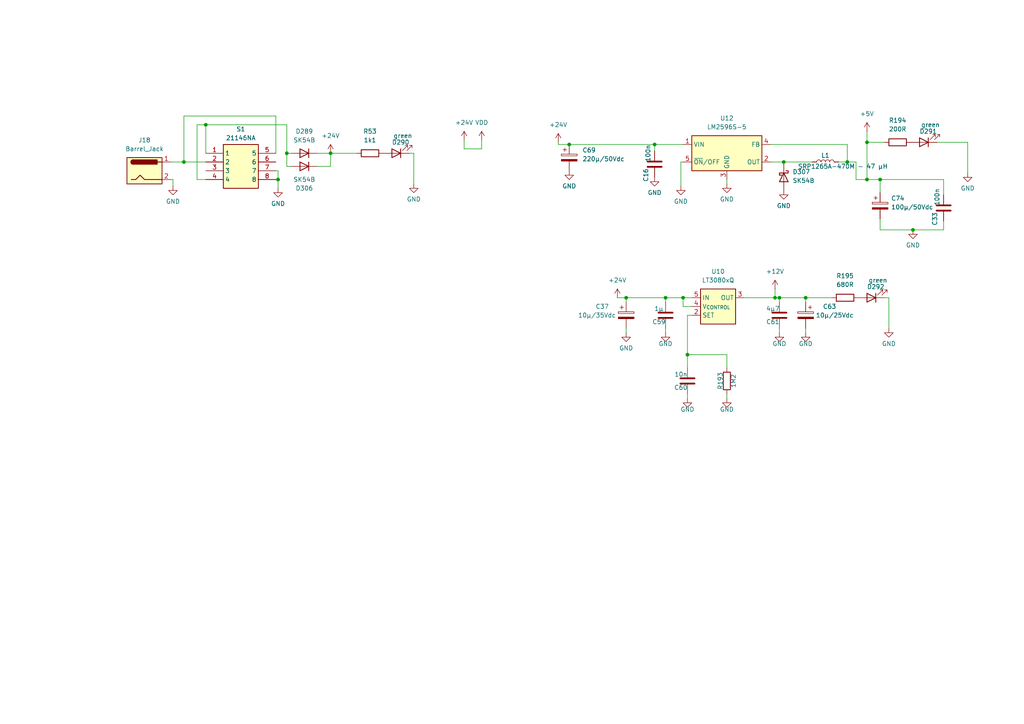
<source format=kicad_sch>
(kicad_sch (version 20250114) (generator "eeschema") (generator_version "9.0")
  (paper "A4")
  (title_block (title "608-Alfactory-Assay-Arena") (date "01.2024") (comment 1 "Optogen Arena RGB LED V1.0") (comment 2 "LED type: ASMG-PT00-00001") (comment 3 "R:625nm, G:525nm, B:460nm, IR:850nm"))
  (lib_symbols
    (symbol "Apem Kippschalter:21146NA"
      (property "Reference" "S" (at 16.51 7.62 0))
      (property "Value" "21146NA" (at 16.51 5.08 0))
      (symbol "21146NA_1_1"
        (rectangle (start 5.08 2.54) (end 15.24 -10.16) (stroke (width 0.254)) (fill (type background)))
        (pin passive line (at 0 0 0) (length 5.08) (name "1") (number "1"))
        (pin passive line (at 0 -2.54 0) (length 5.08) (name "2") (number "2"))
        (pin passive line (at 0 -5.08 0) (length 5.08) (name "3") (number "3"))
        (pin passive line (at 0 -7.62 0) (length 5.08) (name "4") (number "4"))
        (pin passive line (at 20.32 0 180) (length 5.08) (name "5") (number "5"))
        (pin passive line (at 20.32 -2.54 180) (length 5.08) (name "6") (number "6"))
        (pin passive line (at 20.32 -5.08 180) (length 5.08) (name "7") (number "7"))
        (pin passive line (at 20.32 -7.62 180) (length 5.08) (name "8") (number "8"))
      )
    )
    (symbol "Connector:Barrel_Jack" (pin_names (offset 1.016))
      (property "Reference" "J" (at 0 5.334 0))
      (property "Value" "Barrel_Jack" (at 0 -5.08 0))
      (symbol "Barrel_Jack_0_1"
        (rectangle (start -5.08 3.81) (end 5.08 -3.81) (stroke (width 0.254)) (fill (type background)))
        (polyline (pts (xy -3.81 -2.54) (xy -2.54 -2.54) (xy -1.27 -1.27) (xy 0 -2.54) (xy 2.54 -2.54) (xy 5.08 -2.54)) (stroke (width 0.254)))
        (arc (start -3.302 1.905) (mid -3.9343 2.54) (end -3.302 3.175) (stroke (width 0.254)))
        (arc (start -3.302 1.905) (mid -3.9343 2.54) (end -3.302 3.175) (stroke (width 0.254)) (fill (type outline)))
        (rectangle (start 3.683 3.175) (end -3.302 1.905) (stroke (width 0.254)) (fill (type outline)))
        (polyline (pts (xy 5.08 2.54) (xy 3.81 2.54)) (stroke (width 0.254)))
      )
      (symbol "Barrel_Jack_1_1"
        (pin passive line (at 7.62 2.54 180) (length 2.54) (name "~") (number "1"))
        (pin passive line (at 7.62 -2.54 180) (length 2.54) (name "~") (number "2"))
      )
    )
    (symbol "Device:C" (pin_numbers (hide yes)) (pin_names (offset 0.254))
      (property "Reference" "C" (at 0.635 2.54 0))
      (property "Value" "C" (at 0.635 -2.54 0))
      (symbol "C_0_1"
        (polyline (pts (xy -2.032 0.762) (xy 2.032 0.762)) (stroke (width 0.508)))
        (polyline (pts (xy -2.032 -0.762) (xy 2.032 -0.762)) (stroke (width 0.508)))
      )
      (symbol "C_1_1"
        (pin passive line (at 0 3.81 270) (length 2.794) (name "~") (number "1"))
        (pin passive line (at 0 -3.81 90) (length 2.794) (name "~") (number "2"))
      )
    )
    (symbol "Device:C_Polarized" (pin_numbers (hide yes)) (pin_names (offset 0.254))
      (property "Reference" "C" (at 0.635 2.54 0))
      (property "Value" "C_Polarized" (at 0.635 -2.54 0))
      (symbol "C_Polarized_0_1"
        (rectangle (start -2.286 0.508) (end 2.286 1.016))
        (polyline (pts (xy -1.778 2.286) (xy -0.762 2.286)))
        (polyline (pts (xy -1.27 2.794) (xy -1.27 1.778)))
        (rectangle (start 2.286 -0.508) (end -2.286 -1.016) (fill (type outline)))
      )
      (symbol "C_Polarized_1_1"
        (pin passive line (at 0 3.81 270) (length 2.794) (name "~") (number "1"))
        (pin passive line (at 0 -3.81 90) (length 2.794) (name "~") (number "2"))
      )
    )
    (symbol "Device:D" (pin_numbers (hide yes)) (pin_names (offset 1.016) (hide yes))
      (property "Reference" "D" (at 0 2.54 0))
      (property "Value" "D" (at 0 -2.54 0))
      (symbol "D_0_1"
        (polyline (pts (xy -1.27 1.27) (xy -1.27 -1.27)) (stroke (width 0.254)))
        (polyline (pts (xy 1.27 1.27) (xy 1.27 -1.27) (xy -1.27 0) (xy 1.27 1.27)) (stroke (width 0.254)))
        (polyline (pts (xy 1.27 0) (xy -1.27 0)))
      )
      (symbol "D_1_1"
        (pin passive line (at -3.81 0 0) (length 2.54) (name "K") (number "1"))
        (pin passive line (at 3.81 0 180) (length 2.54) (name "A") (number "2"))
      )
    )
    (symbol "Device:D_Schottky" (pin_numbers (hide yes)) (pin_names (offset 1.016) (hide yes))
      (property "Reference" "D" (at 0 2.54 0))
      (property "Value" "D_Schottky" (at 0 -2.54 0))
      (symbol "D_Schottky_0_1"
        (polyline (pts (xy -1.905 0.635) (xy -1.905 1.27) (xy -1.27 1.27) (xy -1.27 -1.27) (xy -0.635 -1.27) (xy -0.635 -0.635)) (stroke (width 0.254)))
        (polyline (pts (xy 1.27 1.27) (xy 1.27 -1.27) (xy -1.27 0) (xy 1.27 1.27)) (stroke (width 0.254)))
        (polyline (pts (xy 1.27 0) (xy -1.27 0)))
      )
      (symbol "D_Schottky_1_1"
        (pin passive line (at -3.81 0 0) (length 2.54) (name "K") (number "1"))
        (pin passive line (at 3.81 0 180) (length 2.54) (name "A") (number "2"))
      )
    )
    (symbol "Device:L" (pin_numbers (hide yes)) (pin_names (offset 1.016) (hide yes))
      (property "Reference" "L" (at -1.27 0 90))
      (property "Value" "L" (at 1.905 0 90))
      (symbol "L_0_1"
        (arc (start 0 2.54) (mid 0.6323 1.905) (end 0 1.27))
        (arc (start 0 1.27) (mid 0.6323 0.635) (end 0 0))
        (arc (start 0 0) (mid 0.6323 -0.635) (end 0 -1.27))
        (arc (start 0 -1.27) (mid 0.6323 -1.905) (end 0 -2.54))
      )
      (symbol "L_1_1"
        (pin passive line (at 0 3.81 270) (length 1.27) (name "1") (number "1"))
        (pin passive line (at 0 -3.81 90) (length 1.27) (name "2") (number "2"))
      )
    )
    (symbol "Device:R" (pin_numbers (hide yes)) (pin_names (offset 0))
      (property "Reference" "R" (at 2.032 0 90))
      (property "Value" "R" (at 0 0 90))
      (symbol "R_0_1"
        (rectangle (start -1.016 -2.54) (end 1.016 2.54) (stroke (width 0.254)))
      )
      (symbol "R_1_1"
        (pin passive line (at 0 3.81 270) (length 1.27) (name "~") (number "1"))
        (pin passive line (at 0 -3.81 90) (length 1.27) (name "~") (number "2"))
      )
    )
    (symbol "LED:IR26-21C_L110_TR8" (pin_numbers (hide yes)) (pin_names (offset 1.016) (hide yes))
      (property "Reference" "D" (at 0 2.54 0))
      (property "Value" "IR26-21C_L110_TR8" (at 0 -3.81 0))
      (symbol "IR26-21C_L110_TR8_0_1"
        (polyline (pts (xy -3.048 -0.762) (xy -4.572 -2.286) (xy -3.81 -2.286) (xy -4.572 -2.286) (xy -4.572 -1.524)))
        (polyline (pts (xy -1.778 -0.762) (xy -3.302 -2.286) (xy -2.54 -2.286) (xy -3.302 -2.286) (xy -3.302 -1.524)))
        (polyline (pts (xy -1.27 0) (xy 1.27 0)))
        (polyline (pts (xy -1.27 -1.27) (xy -1.27 1.27)) (stroke (width 0.254)))
        (polyline (pts (xy 1.27 -1.27) (xy 1.27 1.27) (xy -1.27 0) (xy 1.27 -1.27)) (stroke (width 0.254)))
      )
      (symbol "IR26-21C_L110_TR8_1_1"
        (pin passive line (at -3.81 0 0) (length 2.54) (name "K") (number "1"))
        (pin passive line (at 3.81 0 180) (length 2.54) (name "A") (number "2"))
      )
    )
    (symbol "LT3080xQ_1"
      (property "Reference" "U10" (at 0 10.16 0))
      (property "Value" "LT3080xQ" (at 0 7.62 0))
      (symbol "LT3080xQ_1_0_1"
        (rectangle (start -5.08 5.08) (end 5.08 -5.08) (stroke (width 0.254)) (fill (type background)))
      )
      (symbol "LT3080xQ_1_1_1"
        (pin power_in line (at -7.62 2.54 0) (length 2.54) (name "IN") (number "5"))
        (pin input line (at -7.62 0 0) (length 2.54) (name "V_{CONTROL}") (number "4"))
        (pin input line (at -7.62 -2.54 0) (length 2.54) (name "SET") (number "2"))
        (pin no_connect line (at 5.08 -2.54 180) (length 2.54) (hide yes) (name "NC") (number "1"))
        (pin power_out line (at 7.62 2.54 180) (length 2.54) (name "OUT") (number "3"))
      )
    )
    (symbol "Regulator_Switching:LM2596S-5"
      (property "Reference" "U" (at -10.16 6.35 0))
      (property "Value" "LM2596S-5" (at 0 6.35 0))
      (symbol "LM2596S-5_0_1"
        (rectangle (start -10.16 5.08) (end 10.16 -5.08) (stroke (width 0.254)) (fill (type background)))
      )
      (symbol "LM2596S-5_1_1"
        (pin power_in line (at -12.7 2.54 0) (length 2.54) (name "VIN") (number "1"))
        (pin input line (at -12.7 -2.54 0) (length 2.54) (name "~{ON}/OFF") (number "5"))
        (pin power_in line (at 0 -7.62 90) (length 2.54) (name "GND") (number "3"))
        (pin input line (at 12.7 2.54 180) (length 2.54) (name "FB") (number "4"))
        (pin output line (at 12.7 -2.54 180) (length 2.54) (name "OUT") (number "2"))
      )
    )
    (symbol "power:+12V" (power) (pin_numbers (hide yes)) (pin_names (offset 0) (hide yes))
      (property "Value" "+12V" (at 0 3.556 0))
      (symbol "+12V_0_1"
        (polyline (pts (xy -0.762 1.27) (xy 0 2.54)))
        (polyline (pts (xy 0 2.54) (xy 0.762 1.27)))
        (polyline (pts (xy 0 0) (xy 0 2.54)))
      )
      (symbol "+12V_1_1"
        (pin power_in line (at 0 0 90) (length 0) (name "~") (number "1"))
      )
    )
    (symbol "power:+24V" (power) (pin_names (offset 0))
      (property "Value" "+24V" (at 0 3.556 0))
      (symbol "+24V_0_1"
        (polyline (pts (xy -0.762 1.27) (xy 0 2.54)))
        (polyline (pts (xy 0 2.54) (xy 0.762 1.27)))
        (polyline (pts (xy 0 0) (xy 0 2.54)))
      )
      (symbol "+24V_1_1"
        (pin power_in line (at 0 0 90) (length 0) (hide yes) (name "+24V") (number "1"))
      )
    )
    (symbol "power:+5V" (power) (pin_numbers (hide yes)) (pin_names (offset 0) (hide yes))
      (property "Value" "+5V" (at 0 3.556 0))
      (symbol "+5V_0_1"
        (polyline (pts (xy -0.762 1.27) (xy 0 2.54)))
        (polyline (pts (xy 0 2.54) (xy 0.762 1.27)))
        (polyline (pts (xy 0 0) (xy 0 2.54)))
      )
      (symbol "+5V_1_1"
        (pin power_in line (at 0 0 90) (length 0) (name "~") (number "1"))
      )
    )
    (symbol "power:GND" (power) (pin_names (offset 0))
      (property "Value" "GND" (at 0 -3.81 0))
      (symbol "GND_0_1"
        (polyline (pts (xy 0 0) (xy 0 -1.27) (xy 1.27 -1.27) (xy 0 -2.54) (xy -1.27 -1.27) (xy 0 -1.27)))
      )
      (symbol "GND_1_1"
        (pin power_in line (at 0 0 270) (length 0) (hide yes) (name "GND") (number "1"))
      )
    )
    (symbol "power:VDD" (power) (pin_numbers (hide yes)) (pin_names (offset 0) (hide yes))
      (property "Value" "VDD" (at 0 3.556 0))
      (symbol "VDD_0_1"
        (polyline (pts (xy -0.762 1.27) (xy 0 2.54)))
        (polyline (pts (xy 0 2.54) (xy 0.762 1.27)))
        (polyline (pts (xy 0 0) (xy 0 2.54)))
      )
      (symbol "VDD_1_1"
        (pin power_in line (at 0 0 90) (length 0) (name "~") (number "1"))
      )
    )
  )
  (junction (at 251.46 52.07))
  (junction (at 226.06 86.36))
  (junction (at 245.745 46.99))
  (junction (at 255.27 52.07))
  (junction (at 181.61 86.36))
  (junction (at 95.885 44.45))
  (junction (at 59.69 36.195))
  (junction (at 189.865 41.91))
  (junction (at 251.46 41.275))
  (junction (at 198.12 86.36))
  (junction (at 233.68 86.36))
  (junction (at 264.795 66.675))
  (junction (at 165.1 41.91))
  (junction (at 80.645 52.07))
  (junction (at 193.04 86.36))
  (junction (at 227.33 46.99))
  (junction (at 83.185 44.45))
  (junction (at 199.39 102.87))
  (junction (at 224.79 86.36))
  (junction (at 53.34 46.99))
  (wire (pts (xy 50.165 52.07) (xy 50.165 53.975)))
  (wire (pts (xy 215.9 86.36) (xy 224.79 86.36)))
  (wire (pts (xy 199.39 91.44) (xy 200.66 91.44)))
  (wire (pts (xy 197.485 46.99) (xy 198.12 46.99)))
  (wire (pts (xy 233.68 86.36) (xy 241.3 86.36)))
  (wire (pts (xy 227.33 46.99) (xy 227.33 47.625)))
  (wire (pts (xy 120.015 44.45) (xy 120.015 53.34)))
  (wire (pts (xy 251.46 52.07) (xy 255.27 52.07)))
  (wire (pts (xy 80.645 54.61) (xy 80.645 52.07)))
  (wire (pts (xy 189.865 41.91) (xy 189.865 43.815)))
  (wire (pts (xy 134.62 40.64) (xy 134.62 43.18)))
  (wire (pts (xy 53.34 46.99) (xy 59.69 46.99)))
  (wire (pts (xy 223.52 46.99) (xy 227.33 46.99)))
  (wire (pts (xy 198.12 86.36) (xy 200.66 86.36)))
  (wire (pts (xy 59.69 36.195) (xy 83.185 36.195)))
  (wire (pts (xy 197.485 53.975) (xy 197.485 46.99)))
  (wire (pts (xy 193.04 96.52) (xy 193.04 95.25)))
  (wire (pts (xy 80.645 52.07) (xy 80.645 49.53)))
  (wire (pts (xy 255.27 66.675) (xy 264.795 66.675)))
  (wire (pts (xy 80.01 52.07) (xy 80.645 52.07)))
  (wire (pts (xy 199.39 115.57) (xy 199.39 114.3)))
  (wire (pts (xy 255.27 63.5) (xy 255.27 66.675)))
  (wire (pts (xy 80.01 44.45) (xy 80.01 33.655)))
  (wire (pts (xy 210.82 52.07) (xy 210.82 53.34)))
  (wire (pts (xy 199.39 106.68) (xy 199.39 102.87)))
  (wire (pts (xy 83.185 44.45) (xy 83.185 48.26)))
  (wire (pts (xy 49.53 46.99) (xy 53.34 46.99)))
  (wire (pts (xy 248.285 46.99) (xy 248.285 52.07)))
  (wire (pts (xy 92.075 44.45) (xy 95.885 44.45)))
  (wire (pts (xy 280.67 41.275) (xy 280.67 50.165)))
  (wire (pts (xy 273.685 52.07) (xy 273.685 56.515)))
  (wire (pts (xy 200.66 88.9) (xy 198.12 88.9)))
  (wire (pts (xy 193.04 87.63) (xy 193.04 86.36)))
  (wire (pts (xy 255.27 52.07) (xy 273.685 52.07)))
  (wire (pts (xy 226.06 95.25) (xy 226.06 96.52)))
  (wire (pts (xy 84.455 48.26) (xy 83.185 48.26)))
  (wire (pts (xy 139.7 43.18) (xy 134.62 43.18)))
  (wire (pts (xy 245.745 46.99) (xy 243.205 46.99)))
  (wire (pts (xy 226.06 87.63) (xy 226.06 86.36)))
  (wire (pts (xy 198.12 88.9) (xy 198.12 86.36)))
  (wire (pts (xy 273.685 66.675) (xy 273.685 64.135)))
  (wire (pts (xy 271.78 41.275) (xy 280.67 41.275)))
  (wire (pts (xy 189.865 41.91) (xy 198.12 41.91)))
  (wire (pts (xy 251.46 41.275) (xy 256.54 41.275)))
  (wire (pts (xy 59.69 52.07) (xy 57.15 52.07)))
  (wire (pts (xy 224.79 86.36) (xy 226.06 86.36)))
  (wire (pts (xy 256.54 86.36) (xy 257.81 86.36)))
  (wire (pts (xy 57.15 52.07) (xy 57.15 36.195)))
  (wire (pts (xy 181.61 96.52) (xy 181.61 95.25)))
  (wire (pts (xy 83.185 36.195) (xy 83.185 44.45)))
  (wire (pts (xy 53.34 33.655) (xy 53.34 46.99)))
  (wire (pts (xy 251.46 38.1) (xy 251.46 41.275)))
  (wire (pts (xy 223.52 41.91) (xy 245.745 41.91)))
  (wire (pts (xy 161.925 41.91) (xy 165.1 41.91)))
  (wire (pts (xy 257.81 86.36) (xy 257.81 95.25)))
  (wire (pts (xy 248.285 52.07) (xy 251.46 52.07)))
  (wire (pts (xy 255.27 52.07) (xy 255.27 55.88)))
  (wire (pts (xy 251.46 41.275) (xy 251.46 52.07)))
  (wire (pts (xy 118.745 44.45) (xy 120.015 44.45)))
  (wire (pts (xy 199.39 102.87) (xy 210.82 102.87)))
  (wire (pts (xy 139.7 40.64) (xy 139.7 43.18)))
  (wire (pts (xy 233.68 86.36) (xy 226.06 86.36)))
  (wire (pts (xy 92.075 48.26) (xy 95.885 48.26)))
  (wire (pts (xy 193.04 86.36) (xy 198.12 86.36)))
  (wire (pts (xy 233.68 87.63) (xy 233.68 86.36)))
  (wire (pts (xy 161.925 41.275) (xy 161.925 41.91)))
  (wire (pts (xy 95.885 44.45) (xy 103.505 44.45)))
  (wire (pts (xy 179.07 86.36) (xy 181.61 86.36)))
  (wire (pts (xy 227.33 46.99) (xy 235.585 46.99)))
  (wire (pts (xy 165.1 41.91) (xy 189.865 41.91)))
  (wire (pts (xy 80.01 33.655) (xy 53.34 33.655)))
  (wire (pts (xy 245.745 46.99) (xy 248.285 46.99)))
  (wire (pts (xy 233.68 95.25) (xy 233.68 96.52)))
  (wire (pts (xy 83.185 44.45) (xy 84.455 44.45)))
  (wire (pts (xy 224.79 83.82) (xy 224.79 86.36)))
  (wire (pts (xy 59.69 44.45) (xy 59.69 36.195)))
  (wire (pts (xy 210.82 106.68) (xy 210.82 102.87)))
  (wire (pts (xy 95.885 48.26) (xy 95.885 44.45)))
  (wire (pts (xy 49.53 52.07) (xy 50.165 52.07)))
  (wire (pts (xy 181.61 86.36) (xy 181.61 87.63)))
  (wire (pts (xy 264.795 66.675) (xy 273.685 66.675)))
  (wire (pts (xy 181.61 86.36) (xy 193.04 86.36)))
  (wire (pts (xy 199.39 102.87) (xy 199.39 91.44)))
  (wire (pts (xy 210.82 114.3) (xy 210.82 115.57)))
  (wire (pts (xy 245.745 41.91) (xy 245.745 46.99)))
  (wire (pts (xy 57.15 36.195) (xy 59.69 36.195)))
  (wire (pts (xy 80.645 49.53) (xy 80.01 49.53)))
  (symbol (lib_id "Device:C") (at 226.06 91.44 180) (unit 1)
    (property "Reference" "C61" (at 224.155 93.345 0))
    (property "Value" "4µ7" (at 224.155 89.535 0))
    (property "Footprint" "Capacitor_SMD:C_1206_3216Metric" (effects (hide yes)))
    (property "Description" "Unpolarized capacitor" (effects (hide yes)))
  )
  (symbol (lib_id "power:GND") (at 210.82 53.34 0) (unit 1)
    (property "Reference" "#PWR0270" (effects (hide yes)))
    (property "Value" "GND" (at 210.82 57.785 0))
  )
  (symbol (lib_id "power:GND") (at 199.39 115.57 0) (unit 1)
    (property "Reference" "#PWR077" (effects (hide yes)))
    (property "Value" "GND" (at 199.39 118.745 0))
    (property "Description" "Power symbol creates a global label with name \"GND\" , ground" (effects (hide yes)))
  )
  (symbol (lib_id "Apem Kippschalter:21146NA") (at 59.69 44.45 0) (unit 1)
    (property "Reference" "S1" (at 69.85 37.465 0))
    (property "Value" "21146NA" (at 69.85 40.005 0))
    (property "Footprint" "APEM.pretty:21146NA" (effects (hide yes)))
    (property "Description" "DPDT standard right angle toggle switch" (effects (hide yes)))
    (property "Height" "7" (effects (hide yes)))
    (property "Mouser Part Number" "642-21146NA" (effects (hide yes)))
    (property "Mouser Price/Stock" "https://www.mouser.co.uk/ProductDetail/Apem/21146NA?qs=RvImgz6LUSXxF%252BqB6%252BQFKg%3D%3D" (effects (hide yes)))
    (property "Manufacturer_Name" "Apem" (effects (hide yes)))
    (property "Manufacturer_Part_Number" "21146NA" (effects (hide yes)))
  )
  (symbol (lib_id "power:GND") (at 227.33 55.245 0) (unit 1)
    (property "Reference" "#PWR0277" (effects (hide yes)))
    (property "Value" "GND" (at 227.33 59.69 0))
  )
  (symbol (lib_id "power:GND") (at 189.865 51.435 0) (unit 1)
    (property "Reference" "#PWR0276" (effects (hide yes)))
    (property "Value" "GND" (at 189.865 55.88 0))
  )
  (symbol (lib_id "power:GND") (at 226.06 96.52 0) (unit 1)
    (property "Reference" "#PWR099" (effects (hide yes)))
    (property "Value" "GND" (at 226.06 99.695 0))
    (property "Description" "Power symbol creates a global label with name \"GND\" , ground" (effects (hide yes)))
  )
  (symbol (lib_id "power:VDD") (at 139.7 40.64 0) (unit 1)
    (property "Reference" "#PWR0227" (effects (hide yes)))
    (property "Value" "VDD" (at 139.7 35.56 0))
    (property "Description" "Power symbol creates a global label with name \"VDD\"" (effects (hide yes)))
  )
  (symbol (lib_id "power:+24V") (at 179.07 86.36 0) (unit 1)
    (property "Reference" "#PWR0199" (effects (hide yes)))
    (property "Value" "+24V" (at 179.07 81.28 0))
  )
  (symbol (lib_id "power:+24V") (at 161.925 41.275 0) (unit 1)
    (property "Reference" "#PWR0272" (effects (hide yes)))
    (property "Value" "+24V" (at 161.925 36.195 0))
  )
  (symbol (lib_id "Device:C") (at 273.685 60.325 180) (unit 1)
    (property "Reference" "C33" (at 271.145 63.5 90))
    (property "Value" "100n" (at 271.78 57.15 90))
    (property "Footprint" "Capacitor_SMD:C_0805_2012Metric" (effects (hide yes)))
    (property "Description" "Unpolarized capacitor" (effects (hide yes)))
  )
  (symbol (lib_id "LED:IR26-21C_L110_TR8") (at 252.73 86.36 180) (unit 1)
    (property "Reference" "D292" (at 254 83.185 0))
    (property "Value" "green" (at 254.635 81.28 0))
    (property "Footprint" "LED_SMD:LED_0805_2012Metric_Pad1.15x1.40mm_HandSolder" (effects (hide yes)))
    (property "Datasheet" "http://www.everlight.com/file/ProductFile/IR26-21C-L110-TR8.pdf" (effects (hide yes)))
  )
  (symbol (lib_id "power:GND") (at 80.645 54.61 0) (unit 1)
    (property "Reference" "#PWR0101" (effects (hide yes)))
    (property "Value" "GND" (at 80.645 59.055 0))
  )
  (symbol (lib_id "Device:C_Polarized") (at 165.1 45.72 0) (unit 1)
    (property "Reference" "C69" (at 168.91 43.5609 0) (effects (justify left)))
    (property "Value" "220µ/50Vdc" (at 168.91 46.1009 0) (effects (justify left)))
    (property "Footprint" "Capacitor_SMD:CP_Elec_6.3x7.7" (effects (hide yes)))
  )
  (symbol (lib_id "power:GND") (at 210.82 115.57 0) (unit 1)
    (property "Reference" "#PWR098" (effects (hide yes)))
    (property "Value" "GND" (at 210.82 118.745 0))
    (property "Description" "Power symbol creates a global label with name \"GND\" , ground" (effects (hide yes)))
  )
  (symbol (lib_id "power:+24V") (at 95.885 44.45 0) (unit 1)
    (property "Reference" "#PWR065" (effects (hide yes)))
    (property "Value" "+24V" (at 95.885 39.37 0))
  )
  (symbol (lib_name "LT3080xQ_1") (lib_id "Regulator_Linear:LT3080xQ") (at 208.28 88.9 0) (unit 1)
    (property "Reference" "U10" (at 208.28 78.74 0))
    (property "Value" "LT3080xQ" (at 208.28 81.28 0))
    (property "Footprint" "Package_TO_SOT_SMD:TO-263-5_TabPin3" (effects (hide yes)))
    (property "Datasheet" "https://www.analog.com/media/en/technical-documentation/data-sheets/3080fc.pdf" (effects (hide yes)))
    (property "Description" "Adjustable 1.1A Single Resistor Low Dropout Regulator, TO-220" (effects (hide yes)))
  )
  (symbol (lib_id "Device:R") (at 245.11 86.36 90) (unit 1)
    (property "Reference" "R195" (at 245.11 80.01 90))
    (property "Value" "680R" (at 245.11 82.55 90))
    (property "Footprint" "Resistor_SMD:R_1206_3216Metric_Pad1.30x1.75mm_HandSolder" (effects (hide yes)))
  )
  (symbol (lib_id "Device:R") (at 260.35 41.275 90) (unit 1)
    (property "Reference" "R194" (at 260.35 34.925 90))
    (property "Value" "200R" (at 260.35 37.465 90))
    (property "Footprint" "Resistor_SMD:R_1206_3216Metric_Pad1.30x1.75mm_HandSolder" (effects (hide yes)))
  )
  (symbol (lib_id "Regulator_Switching:LM2596S-5") (at 210.82 44.45 0) (unit 1)
    (property "Reference" "U12" (at 210.82 34.29 0))
    (property "Value" "LM2596S-5" (at 210.82 36.83 0))
    (property "Footprint" "Package_TO_SOT_SMD:TO-263-5_TabPin3" (effects (hide yes)))
    (property "Datasheet" "http://www.ti.com/lit/ds/symlink/lm2596.pdf" (effects (hide yes)))
    (property "Description" "5V 3A Step-Down Voltage Regulator, TO-263" (effects (hide yes)))
  )
  (symbol (lib_id "power:GND") (at 197.485 53.975 0) (unit 1)
    (property "Reference" "#PWR0271" (effects (hide yes)))
    (property "Value" "GND" (at 197.485 58.42 0))
  )
  (symbol (lib_id "power:+12V") (at 224.79 83.82 0) (unit 1)
    (property "Reference" "#PWR0100" (effects (hide yes)))
    (property "Value" "+12V" (at 224.79 78.74 0))
    (property "Description" "Power symbol creates a global label with name \"+12V\"" (effects (hide yes)))
  )
  (symbol (lib_id "power:GND") (at 264.795 66.675 0) (unit 1)
    (property "Reference" "#PWR0260" (effects (hide yes)))
    (property "Value" "GND" (at 264.795 71.12 0))
  )
  (symbol (lib_id "Device:D") (at 88.265 44.45 180) (unit 1)
    (property "Reference" "D289" (at 88.265 38.1 0))
    (property "Value" "SK54B" (at 88.265 40.64 0))
    (property "Footprint" "Diode_SMD:D_1812_4532Metric_Pad1.30x3.40mm_HandSolder" (effects (hide yes)))
    (property "Sim.Device" "D" (effects (hide yes)))
    (property "Sim.Pins" "1=K 2=A" (effects (hide yes)))
  )
  (symbol (lib_id "Device:D") (at 88.265 48.26 0) (mirror y) (unit 1)
    (property "Reference" "D306" (at 88.265 54.61 0))
    (property "Value" "SK54B" (at 88.265 52.07 0))
    (property "Footprint" "Diode_SMD:D_1812_4532Metric_Pad1.30x3.40mm_HandSolder" (effects (hide yes)))
    (property "Sim.Device" "D" (effects (hide yes)))
    (property "Sim.Pins" "1=K 2=A" (effects (hide yes)))
  )
  (symbol (lib_id "Device:L") (at 239.395 46.99 90) (unit 1)
    (property "Reference" "L1" (at 239.395 45.085 90))
    (property "Value" "SRP1265A-470M - 47 μH" (at 244.475 48.26 90))
    (property "Footprint" "Inductor_SMD:L_TaiTech_TMPC1265_13.5x12.5mm" (effects (hide yes)))
    (property "Description" "Inductor" (effects (hide yes)))
  )
  (symbol (lib_id "Device:D_Schottky") (at 227.33 51.435 270) (unit 1)
    (property "Reference" "D307" (at 229.87 49.8474 90) (effects (justify left)))
    (property "Value" "SK54B" (at 229.87 52.3874 90) (effects (justify left)))
    (property "Footprint" "Diode_SMD:D_1812_4532Metric_Pad1.30x3.40mm_HandSolder" (effects (hide yes)))
    (property "Description" "Schottky diode" (effects (hide yes)))
  )
  (symbol (lib_id "power:GND") (at 233.68 96.52 0) (unit 1)
    (property "Reference" "#PWR0201" (effects (hide yes)))
    (property "Value" "GND" (at 233.68 99.695 0))
    (property "Description" "Power symbol creates a global label with name \"GND\" , ground" (effects (hide yes)))
  )
  (symbol (lib_id "power:GND") (at 120.015 53.34 0) (unit 1)
    (property "Reference" "#PWR066" (effects (hide yes)))
    (property "Value" "GND" (at 120.015 57.785 0))
  )
  (symbol (lib_id "Device:C_Polarized") (at 255.27 59.69 0) (unit 1)
    (property "Reference" "C74" (at 258.445 57.531 0) (effects (justify left)))
    (property "Value" "100µ/50Vdc" (at 258.445 60.071 0) (effects (justify left)))
    (property "Footprint" "Capacitor_SMD:CP_Elec_6.3x7.7" (effects (hide yes)))
  )
  (symbol (lib_id "Device:C") (at 199.39 110.49 180) (unit 1)
    (property "Reference" "C60" (at 197.485 112.395 0))
    (property "Value" "10n" (at 197.485 108.585 0))
    (property "Footprint" "Capacitor_SMD:C_0805_2012Metric" (effects (hide yes)))
    (property "Description" "Unpolarized capacitor" (effects (hide yes)))
  )
  (symbol (lib_id "LED:IR26-21C_L110_TR8") (at 114.935 44.45 180) (unit 1)
    (property "Reference" "D290" (at 116.205 41.275 0))
    (property "Value" "green" (at 116.84 39.37 0))
    (property "Footprint" "LED_SMD:LED_0805_2012Metric_Pad1.15x1.40mm_HandSolder" (effects (hide yes)))
    (property "Datasheet" "http://www.everlight.com/file/ProductFile/IR26-21C-L110-TR8.pdf" (effects (hide yes)))
  )
  (symbol (lib_id "power:GND") (at 165.1 49.53 0) (unit 1)
    (property "Reference" "#PWR0261" (effects (hide yes)))
    (property "Value" "GND" (at 165.1 53.975 0))
  )
  (symbol (lib_id "Device:R") (at 107.315 44.45 90) (unit 1)
    (property "Reference" "R53" (at 107.315 38.1 90))
    (property "Value" "1k1" (at 107.315 40.64 90))
    (property "Footprint" "Resistor_SMD:R_1206_3216Metric_Pad1.30x1.75mm_HandSolder" (effects (hide yes)))
  )
  (symbol (lib_id "Device:C_Polarized") (at 233.68 91.44 0) (mirror y) (unit 1)
    (property "Reference" "C63" (at 242.57 88.9 0) (effects (justify left)))
    (property "Value" "10µ/25Vdc" (at 247.65 91.44 0) (effects (justify left)))
    (property "Footprint" "Capacitor_Tantalum_SMD:CP_EIA-6032-28_Kemet-C" (effects (hide yes)))
  )
  (symbol (lib_id "power:GND") (at 257.81 95.25 0) (unit 1)
    (property "Reference" "#PWR0203" (effects (hide yes)))
    (property "Value" "GND" (at 257.81 99.695 0))
  )
  (symbol (lib_id "power:GND") (at 193.04 96.52 0) (unit 1)
    (property "Reference" "#PWR070" (effects (hide yes)))
    (property "Value" "GND" (at 193.04 99.695 0))
    (property "Description" "Power symbol creates a global label with name \"GND\" , ground" (effects (hide yes)))
  )
  (symbol (lib_id "Connector:Barrel_Jack") (at 41.91 49.53 0) (unit 1)
    (property "Reference" "J18" (at 41.91 40.64 0))
    (property "Value" "Barrel_Jack" (at 41.91 43.18 0))
    (property "Footprint" "Connector_BarrelJack:BarrelJack_CUI_PJ-063AH_Horizontal" (effects (hide yes)))
  )
  (symbol (lib_id "Device:C_Polarized") (at 181.61 91.44 0) (unit 1)
    (property "Reference" "C37" (at 172.72 88.9 0) (effects (justify left)))
    (property "Value" "10µ/35Vdc" (at 167.64 91.44 0) (effects (justify left)))
    (property "Footprint" "Capacitor_Tantalum_SMD:CP_EIA-6032-28_Kemet-C" (effects (hide yes)))
  )
  (symbol (lib_id "power:+24V") (at 134.62 40.64 0) (unit 1)
    (property "Reference" "#PWR0226" (effects (hide yes)))
    (property "Value" "+24V" (at 134.62 35.56 0))
  )
  (symbol (lib_id "power:GND") (at 181.61 96.52 0) (unit 1)
    (property "Reference" "#PWR0200" (effects (hide yes)))
    (property "Value" "GND" (at 181.61 100.965 0))
  )
  (symbol (lib_id "power:GND") (at 50.165 53.975 0) (unit 1)
    (property "Reference" "#PWR04" (effects (hide yes)))
    (property "Value" "GND" (at 50.165 58.42 0))
  )
  (symbol (lib_id "LED:IR26-21C_L110_TR8") (at 267.97 41.275 180) (unit 1)
    (property "Reference" "D291" (at 269.24 38.1 0))
    (property "Value" "green" (at 269.875 36.195 0))
    (property "Footprint" "LED_SMD:LED_0805_2012Metric_Pad1.15x1.40mm_HandSolder" (effects (hide yes)))
    (property "Datasheet" "http://www.everlight.com/file/ProductFile/IR26-21C-L110-TR8.pdf" (effects (hide yes)))
  )
  (symbol (lib_id "power:GND") (at 280.67 50.165 0) (unit 1)
    (property "Reference" "#PWR0202" (effects (hide yes)))
    (property "Value" "GND" (at 280.67 54.61 0))
  )
  (symbol (lib_id "power:+5V") (at 251.46 38.1 0) (unit 1)
    (property "Reference" "#PWR067" (effects (hide yes)))
    (property "Value" "+5V" (at 251.46 33.02 0))
    (property "Description" "Power symbol creates a global label with name \"+5V\"" (effects (hide yes)))
  )
  (symbol (lib_id "Device:C") (at 189.865 47.625 180) (unit 1)
    (property "Reference" "C16" (at 187.325 50.8 90))
    (property "Value" "100n" (at 187.96 44.45 90))
    (property "Footprint" "Capacitor_SMD:C_0805_2012Metric" (effects (hide yes)))
    (property "Description" "Unpolarized capacitor" (effects (hide yes)))
  )
  (symbol (lib_id "Device:C") (at 193.04 91.44 180) (unit 1)
    (property "Reference" "C59" (at 191.135 93.345 0))
    (property "Value" "1µ" (at 191.135 89.535 0))
    (property "Footprint" "Capacitor_SMD:C_1206_3216Metric" (effects (hide yes)))
    (property "Description" "Unpolarized capacitor" (effects (hide yes)))
  )
  (symbol (lib_id "Device:R") (at 210.82 110.49 180) (unit 1)
    (property "Reference" "R193" (at 208.915 110.49 90))
    (property "Value" "1M2" (at 212.725 110.49 90))
    (property "Footprint" "Resistor_SMD:R_1206_3216Metric" (effects (hide yes)))
  )
)
</source>
